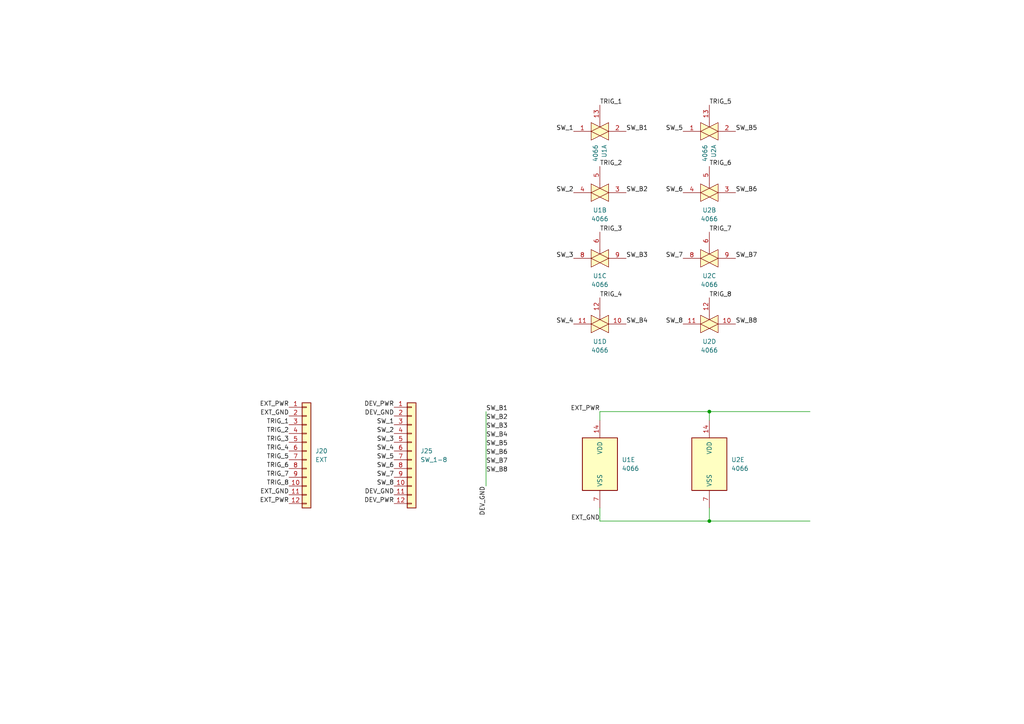
<source format=kicad_sch>
(kicad_sch (version 20231120) (generator "eeschema") (generator_version "8.0")
  (paper "A4")
  (title_block (title "Audio Thing Template") (rev "1.0") (company "velvia-fifty") (comment 1 "https://github.com/velvia-fifty/AudioThings") (comment 2 "You should have changed this already :)") (comment 4 "Stay humble"))
  (lib_symbols
    (symbol "4xxx:4066" (pin_names (offset 1.016))
      (property "Reference" "U" (at -7.62 8.89 0))
      (property "Value" "4066" (at -7.62 -8.89 0))
      (symbol "4066_1_0"
        (polyline (pts (xy 0 1.27) (xy 0 2.54)) (stroke (width 0.1524)))
        (polyline (pts (xy -2.54 0) (xy 2.54 2.54) (xy 2.54 -2.54) (xy -2.54 0)) (fill (type background)))
        (polyline (pts (xy -2.54 2.54) (xy 2.54 0) (xy -2.54 -2.54) (xy -2.54 2.54)) (fill (type background)))
        (pin passive line (at -7.62 0 0) (length 5.08) (name "~") (number "1"))
        (pin input line (at 0 7.62 270) (length 5.08) (name "~") (number "13"))
        (pin passive line (at 7.62 0 180) (length 5.08) (name "~") (number "2"))
      )
      (symbol "4066_2_0"
        (polyline (pts (xy 0 1.27) (xy 0 2.54)) (stroke (width 0.1524)))
        (polyline (pts (xy -2.54 0) (xy 2.54 2.54) (xy 2.54 -2.54) (xy -2.54 0)) (fill (type background)))
        (polyline (pts (xy -2.54 2.54) (xy 2.54 0) (xy -2.54 -2.54) (xy -2.54 2.54)) (fill (type background)))
        (pin passive line (at 7.62 0 180) (length 5.08) (name "~") (number "3"))
        (pin passive line (at -7.62 0 0) (length 5.08) (name "~") (number "4"))
        (pin input line (at 0 7.62 270) (length 5.08) (name "~") (number "5"))
      )
      (symbol "4066_3_0"
        (polyline (pts (xy 0 1.27) (xy 0 2.54)) (stroke (width 0.1524)))
        (polyline (pts (xy -2.54 0) (xy 2.54 2.54) (xy 2.54 -2.54) (xy -2.54 0)) (fill (type background)))
        (polyline (pts (xy -2.54 2.54) (xy 2.54 0) (xy -2.54 -2.54) (xy -2.54 2.54)) (fill (type background)))
        (pin input line (at 0 7.62 270) (length 5.08) (name "~") (number "6"))
        (pin passive line (at -7.62 0 0) (length 5.08) (name "~") (number "8"))
        (pin passive line (at 7.62 0 180) (length 5.08) (name "~") (number "9"))
      )
      (symbol "4066_4_0"
        (polyline (pts (xy 0 1.27) (xy 0 2.54)) (stroke (width 0.1524)))
        (polyline (pts (xy -2.54 0) (xy 2.54 2.54) (xy 2.54 -2.54) (xy -2.54 0)) (fill (type background)))
        (polyline (pts (xy -2.54 2.54) (xy 2.54 0) (xy -2.54 -2.54) (xy -2.54 2.54)) (fill (type background)))
        (pin passive line (at 7.62 0 180) (length 5.08) (name "~") (number "10"))
        (pin passive line (at -7.62 0 0) (length 5.08) (name "~") (number "11"))
        (pin input line (at 0 7.62 270) (length 5.08) (name "~") (number "12"))
      )
      (symbol "4066_5_0"
        (pin power_in line (at 0 12.7 270) (length 5.08) (name "VDD") (number "14"))
        (pin power_in line (at 0 -12.7 90) (length 5.08) (name "VSS") (number "7"))
      )
      (symbol "4066_5_1"
        (rectangle (start -5.08 7.62) (end 5.08 -7.62) (stroke (width 0.254)) (fill (type background)))
      )
    )
    (symbol "Connector_Generic:Conn_01x12" (pin_names (offset 1.016) hide)
      (property "Reference" "J" (at 0 15.24 0))
      (property "Value" "Conn_01x12" (at 0 -17.78 0))
      (symbol "Conn_01x12_1_1"
        (rectangle (start -1.27 -15.113) (end 0 -15.367) (stroke (width 0.1524)))
        (rectangle (start -1.27 -12.573) (end 0 -12.827) (stroke (width 0.1524)))
        (rectangle (start -1.27 -10.033) (end 0 -10.287) (stroke (width 0.1524)))
        (rectangle (start -1.27 -7.493) (end 0 -7.747) (stroke (width 0.1524)))
        (rectangle (start -1.27 -4.953) (end 0 -5.207) (stroke (width 0.1524)))
        (rectangle (start -1.27 -2.413) (end 0 -2.667) (stroke (width 0.1524)))
        (rectangle (start -1.27 0.127) (end 0 -0.127) (stroke (width 0.1524)))
        (rectangle (start -1.27 2.667) (end 0 2.413) (stroke (width 0.1524)))
        (rectangle (start -1.27 5.207) (end 0 4.953) (stroke (width 0.1524)))
        (rectangle (start -1.27 7.747) (end 0 7.493) (stroke (width 0.1524)))
        (rectangle (start -1.27 10.287) (end 0 10.033) (stroke (width 0.1524)))
        (rectangle (start -1.27 12.827) (end 0 12.573) (stroke (width 0.1524)))
        (rectangle (start -1.27 13.97) (end 1.27 -16.51) (stroke (width 0.254)) (fill (type background)))
        (pin passive line (at -5.08 12.7 0) (length 3.81) (name "Pin_1") (number "1"))
        (pin passive line (at -5.08 -10.16 0) (length 3.81) (name "Pin_10") (number "10"))
        (pin passive line (at -5.08 -12.7 0) (length 3.81) (name "Pin_11") (number "11"))
        (pin passive line (at -5.08 -15.24 0) (length 3.81) (name "Pin_12") (number "12"))
        (pin passive line (at -5.08 10.16 0) (length 3.81) (name "Pin_2") (number "2"))
        (pin passive line (at -5.08 7.62 0) (length 3.81) (name "Pin_3") (number "3"))
        (pin passive line (at -5.08 5.08 0) (length 3.81) (name "Pin_4") (number "4"))
        (pin passive line (at -5.08 2.54 0) (length 3.81) (name "Pin_5") (number "5"))
        (pin passive line (at -5.08 0 0) (length 3.81) (name "Pin_6") (number "6"))
        (pin passive line (at -5.08 -2.54 0) (length 3.81) (name "Pin_7") (number "7"))
        (pin passive line (at -5.08 -5.08 0) (length 3.81) (name "Pin_8") (number "8"))
        (pin passive line (at -5.08 -7.62 0) (length 3.81) (name "Pin_9") (number "9"))
      )
    )
  )
  (junction (at 205.74 119.38))
  (junction (at 205.74 151.13))
  (wire (pts (xy 205.74 119.38) (xy 205.74 121.92)))
  (wire (pts (xy 173.99 151.13) (xy 205.74 151.13)))
  (wire (pts (xy 173.99 151.13) (xy 173.99 147.32)))
  (wire (pts (xy 205.74 151.13) (xy 205.74 147.32)))
  (wire (pts (xy 173.99 119.38) (xy 205.74 119.38)))
  (wire (pts (xy 140.97 119.38) (xy 140.97 140.97)))
  (wire (pts (xy 205.74 119.38) (xy 234.95 119.38)))
  (wire (pts (xy 205.74 151.13) (xy 234.95 151.13)))
  (wire (pts (xy 173.99 119.38) (xy 173.99 121.92)))
  (label "SW_1" (at 114.3 123.19 180))
  (label "TRIG_5" (at 83.82 133.35 180))
  (label "TRIG_7" (at 205.74 67.31 0))
  (label "SW_7" (at 114.3 138.43 180))
  (label "DEV_GND" (at 114.3 120.65 180))
  (label "DEV_GND" (at 140.97 140.97 270))
  (label "SW_B3" (at 140.97 124.46 0))
  (label "SW_B3" (at 181.61 74.93 0))
  (label "SW_8" (at 114.3 140.97 180))
  (label "TRIG_5" (at 205.74 30.48 0))
  (label "TRIG_2" (at 83.82 125.73 180))
  (label "SW_4" (at 114.3 130.81 180))
  (label "SW_2" (at 114.3 125.73 180))
  (label "SW_B1" (at 181.61 38.1 0))
  (label "TRIG_4" (at 173.99 86.36 0))
  (label "TRIG_1" (at 173.99 30.48 0))
  (label "TRIG_6" (at 83.82 135.89 180))
  (label "SW_B6" (at 213.36 55.88 0))
  (label "SW_4" (at 166.37 93.98 180))
  (label "DEV_GND" (at 114.3 143.51 180))
  (label "TRIG_4" (at 83.82 130.81 180))
  (label "EXT_GND" (at 83.82 120.65 180))
  (label "SW_3" (at 166.37 74.93 180))
  (label "SW_B4" (at 181.61 93.98 0))
  (label "SW_B5" (at 213.36 38.1 0))
  (label "TRIG_8" (at 83.82 140.97 180))
  (label "SW_7" (at 198.12 74.93 180))
  (label "EXT_GND" (at 173.99 151.13 180))
  (label "EXT_PWR" (at 173.99 119.38 180))
  (label "SW_5" (at 198.12 38.1 180))
  (label "TRIG_6" (at 205.74 48.26 0))
  (label "SW_B5" (at 140.97 129.54 0))
  (label "SW_B6" (at 140.97 132.08 0))
  (label "SW_5" (at 114.3 133.35 180))
  (label "SW_B2" (at 140.97 121.92 0))
  (label "SW_B2" (at 181.61 55.88 0))
  (label "TRIG_7" (at 83.82 138.43 180))
  (label "EXT_PWR" (at 83.82 118.11 180))
  (label "SW_B8" (at 213.36 93.98 0))
  (label "SW_6" (at 198.12 55.88 180))
  (label "SW_6" (at 114.3 135.89 180))
  (label "TRIG_1" (at 83.82 123.19 180))
  (label "SW_1" (at 166.37 38.1 180))
  (label "SW_B7" (at 213.36 74.93 0))
  (label "TRIG_2" (at 173.99 48.26 0))
  (label "SW_3" (at 114.3 128.27 180))
  (label "SW_B4" (at 140.97 127 0))
  (label "TRIG_3" (at 173.99 67.31 0))
  (label "SW_B7" (at 140.97 134.62 0))
  (label "TRIG_3" (at 83.82 128.27 180))
  (label "EXT_PWR" (at 83.82 146.05 180))
  (label "SW_B1" (at 140.97 119.38 0))
  (label "EXT_GND" (at 83.82 143.51 180))
  (label "DEV_PWR" (at 114.3 146.05 180))
  (label "SW_B8" (at 140.97 137.16 0))
  (label "DEV_PWR" (at 114.3 118.11 180))
  (label "SW_2" (at 166.37 55.88 180))
  (label "SW_8" (at 198.12 93.98 180))
  (label "TRIG_8" (at 205.74 86.36 0))
  (symbol (lib_id "4xxx:4066") (at 173.99 55.88 0) (unit 2)
    (property "Reference" "U1" (at 173.99 60.96 0))
    (property "Value" "4066" (at 173.99 63.5 0))
    (property "Footprint" "Package_DFN_QFN:DHVQFN-14-1EP_2.5x3mm_P0.5mm_EP1x1.5mm" (effects (hide yes)))
    (property "Datasheet" "http://www.ti.com/lit/ds/symlink/cd4066b.pdf" (effects (hide yes)))
    (property "Description" "Quad Analog Switches" (effects (hide yes)))
  )
  (symbol (lib_id "4xxx:4066") (at 205.74 134.62 0) (unit 5)
    (property "Reference" "U2" (at 212.09 133.3499 0) (effects (justify left)))
    (property "Value" "4066" (at 212.09 135.8899 0) (effects (justify left)))
    (property "Footprint" "Package_DFN_QFN:DHVQFN-14-1EP_2.5x3mm_P0.5mm_EP1x1.5mm" (effects (hide yes)))
    (property "Datasheet" "http://www.ti.com/lit/ds/symlink/cd4066b.pdf" (effects (hide yes)))
    (property "Description" "Quad Analog Switches" (effects (hide yes)))
  )
  (symbol (lib_id "4xxx:4066") (at 173.99 134.62 0) (unit 5)
    (property "Reference" "U1" (at 180.34 133.3499 0) (effects (justify left)))
    (property "Value" "4066" (at 180.34 135.8899 0) (effects (justify left)))
    (property "Footprint" "Package_DFN_QFN:DHVQFN-14-1EP_2.5x3mm_P0.5mm_EP1x1.5mm" (effects (hide yes)))
    (property "Datasheet" "http://www.ti.com/lit/ds/symlink/cd4066b.pdf" (effects (hide yes)))
    (property "Description" "Quad Analog Switches" (effects (hide yes)))
  )
  (symbol (lib_id "Connector_Generic:Conn_01x12") (at 119.38 130.81 0) (unit 1)
    (property "Reference" "J25" (at 121.92 130.8099 0) (effects (justify left)))
    (property "Value" "SW_1-8" (at 121.92 133.3499 0) (effects (justify left)))
    (property "Footprint" "AT-Footprints:JST_SHL 12pin w pads" (effects (hide yes)))
    (property "Description" "Generic connector, single row, 01x12, script generated (kicad-library-utils/schlib/autogen/connector/)" (effects (hide yes)))
  )
  (symbol (lib_id "Connector_Generic:Conn_01x12") (at 88.9 130.81 0) (unit 1)
    (property "Reference" "J20" (at 91.44 130.8099 0) (effects (justify left)))
    (property "Value" "EXT" (at 91.44 133.3499 0) (effects (justify left)))
    (property "Footprint" "AT-Footprints:JST_SHL 12pin w pads" (effects (hide yes)))
    (property "Description" "Generic connector, single row, 01x12, script generated (kicad-library-utils/schlib/autogen/connector/)" (effects (hide yes)))
  )
  (symbol (lib_id "4xxx:4066") (at 205.74 74.93 0) (unit 3)
    (property "Reference" "U2" (at 205.74 80.01 0))
    (property "Value" "4066" (at 205.74 82.55 0))
    (property "Footprint" "Package_DFN_QFN:DHVQFN-14-1EP_2.5x3mm_P0.5mm_EP1x1.5mm" (effects (hide yes)))
    (property "Datasheet" "http://www.ti.com/lit/ds/symlink/cd4066b.pdf" (effects (hide yes)))
    (property "Description" "Quad Analog Switches" (effects (hide yes)))
  )
  (symbol (lib_id "4xxx:4066") (at 205.74 38.1 0) (unit 1)
    (property "Reference" "U2" (at 207.0101 41.91 90) (effects (justify right)))
    (property "Value" "4066" (at 204.4701 41.91 90) (effects (justify right)))
    (property "Footprint" "Package_DFN_QFN:DHVQFN-14-1EP_2.5x3mm_P0.5mm_EP1x1.5mm" (effects (hide yes)))
    (property "Datasheet" "http://www.ti.com/lit/ds/symlink/cd4066b.pdf" (effects (hide yes)))
    (property "Description" "Quad Analog Switches" (effects (hide yes)))
  )
  (symbol (lib_id "4xxx:4066") (at 205.74 55.88 0) (unit 2)
    (property "Reference" "U2" (at 205.74 60.96 0))
    (property "Value" "4066" (at 205.74 63.5 0))
    (property "Footprint" "Package_DFN_QFN:DHVQFN-14-1EP_2.5x3mm_P0.5mm_EP1x1.5mm" (effects (hide yes)))
    (property "Datasheet" "http://www.ti.com/lit/ds/symlink/cd4066b.pdf" (effects (hide yes)))
    (property "Description" "Quad Analog Switches" (effects (hide yes)))
  )
  (symbol (lib_id "4xxx:4066") (at 173.99 74.93 0) (unit 3)
    (property "Reference" "U1" (at 173.99 80.01 0))
    (property "Value" "4066" (at 173.99 82.55 0))
    (property "Footprint" "Package_DFN_QFN:DHVQFN-14-1EP_2.5x3mm_P0.5mm_EP1x1.5mm" (effects (hide yes)))
    (property "Datasheet" "http://www.ti.com/lit/ds/symlink/cd4066b.pdf" (effects (hide yes)))
    (property "Description" "Quad Analog Switches" (effects (hide yes)))
  )
  (symbol (lib_id "4xxx:4066") (at 173.99 38.1 0) (unit 1)
    (property "Reference" "U1" (at 175.2601 41.91 90) (effects (justify right)))
    (property "Value" "4066" (at 172.7201 41.91 90) (effects (justify right)))
    (property "Footprint" "Package_DFN_QFN:DHVQFN-14-1EP_2.5x3mm_P0.5mm_EP1x1.5mm" (effects (hide yes)))
    (property "Datasheet" "http://www.ti.com/lit/ds/symlink/cd4066b.pdf" (effects (hide yes)))
    (property "Description" "Quad Analog Switches" (effects (hide yes)))
  )
  (symbol (lib_id "4xxx:4066") (at 173.99 93.98 0) (unit 4)
    (property "Reference" "U1" (at 173.99 99.06 0))
    (property "Value" "4066" (at 173.99 101.6 0))
    (property "Footprint" "Package_DFN_QFN:DHVQFN-14-1EP_2.5x3mm_P0.5mm_EP1x1.5mm" (effects (hide yes)))
    (property "Datasheet" "http://www.ti.com/lit/ds/symlink/cd4066b.pdf" (effects (hide yes)))
    (property "Description" "Quad Analog Switches" (effects (hide yes)))
  )
  (symbol (lib_id "4xxx:4066") (at 205.74 93.98 0) (unit 4)
    (property "Reference" "U2" (at 205.74 99.06 0))
    (property "Value" "4066" (at 205.74 101.6 0))
    (property "Footprint" "Package_DFN_QFN:DHVQFN-14-1EP_2.5x3mm_P0.5mm_EP1x1.5mm" (effects (hide yes)))
    (property "Datasheet" "http://www.ti.com/lit/ds/symlink/cd4066b.pdf" (effects (hide yes)))
    (property "Description" "Quad Analog Switches" (effects (hide yes)))
  )
)
</source>
